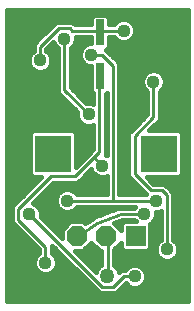
<source format=gbl>
G75*
%MOIN*%
%OFA0B0*%
%FSLAX25Y25*%
%IPPOS*%
%LPD*%
%AMOC8*
5,1,8,0,0,1.08239X$1,22.5*
%
%ADD10R,0.02559X0.08661*%
%ADD11R,0.06731X0.06731*%
%ADD12OC8,0.06731*%
%ADD13R,0.12268X0.12268*%
%ADD14C,0.05000*%
%ADD15C,0.01000*%
%ADD16C,0.04400*%
%ADD17C,0.01600*%
D10*
X0515912Y0080316D03*
X0515912Y0094883D03*
D11*
X0527782Y0026911D03*
D12*
X0517940Y0026911D03*
X0508097Y0026911D03*
D13*
X0500223Y0054470D03*
X0535656Y0054470D03*
D14*
X0518396Y0013793D03*
D15*
X0518433Y0014482D01*
X0518433Y0026182D01*
X0517940Y0026911D01*
X0514777Y0031413D02*
X0508533Y0027082D01*
X0508097Y0026911D01*
X0497733Y0023482D02*
X0488733Y0032482D01*
X0488733Y0036082D01*
X0499533Y0046882D01*
X0507633Y0046882D01*
X0513933Y0053182D01*
X0516633Y0050482D01*
X0527433Y0047782D02*
X0532833Y0042382D01*
X0536433Y0042382D01*
X0538233Y0040582D01*
X0538233Y0022582D01*
X0497733Y0023482D02*
X0497733Y0018082D01*
X0520233Y0009982D02*
X0523833Y0013582D01*
X0527433Y0013582D01*
X0520233Y0009982D02*
X0516633Y0009982D01*
X0492333Y0034282D01*
X0504933Y0038782D02*
X0520233Y0038782D01*
X0520233Y0083782D01*
X0516633Y0087382D01*
X0513033Y0087382D01*
X0502233Y0096382D02*
X0495933Y0090082D01*
X0495933Y0085582D01*
X0515733Y0080182D02*
X0515912Y0080316D01*
X0515733Y0080182D02*
X0515733Y0054982D01*
X0513933Y0053182D01*
X0527433Y0047782D02*
X0527433Y0060382D01*
X0533733Y0066682D01*
X0533733Y0078382D01*
X0512133Y0067582D02*
X0504033Y0075682D01*
X0504033Y0092782D01*
X0515733Y0095482D02*
X0515912Y0094883D01*
X0516633Y0095482D01*
X0523833Y0095482D01*
X0515733Y0095482D02*
X0506733Y0095482D01*
X0505833Y0096382D01*
X0502233Y0096382D01*
X0520233Y0038782D02*
X0534633Y0038782D01*
X0530640Y0034395D02*
X0522877Y0034395D01*
X0514777Y0031413D01*
D16*
X0530640Y0034395D03*
X0534633Y0038782D03*
X0504933Y0038782D03*
X0492333Y0034282D03*
X0538233Y0022582D03*
X0497733Y0018082D03*
X0527433Y0013582D03*
X0516633Y0050482D03*
X0512133Y0067582D03*
X0533733Y0078382D03*
X0495933Y0085582D03*
X0513033Y0087382D03*
X0504033Y0092782D03*
X0523833Y0095482D03*
D17*
X0484933Y0102476D02*
X0484933Y0005282D01*
X0545119Y0005282D01*
X0545119Y0102476D01*
X0484933Y0102476D01*
X0484933Y0101192D02*
X0545119Y0101192D01*
X0545119Y0099593D02*
X0518792Y0099593D01*
X0518792Y0099877D02*
X0517854Y0100814D01*
X0513970Y0100814D01*
X0513033Y0099877D01*
X0513033Y0097582D01*
X0507603Y0097582D01*
X0506703Y0098482D01*
X0501363Y0098482D01*
X0495063Y0092182D01*
X0493833Y0090952D01*
X0493833Y0088826D01*
X0493781Y0088804D01*
X0492712Y0087735D01*
X0492133Y0086338D01*
X0492133Y0084826D01*
X0492712Y0083430D01*
X0493781Y0082361D01*
X0495177Y0081782D01*
X0496689Y0081782D01*
X0498086Y0082361D01*
X0499155Y0083430D01*
X0499733Y0084826D01*
X0499733Y0086338D01*
X0499155Y0087735D01*
X0498086Y0088804D01*
X0498033Y0088826D01*
X0498033Y0089213D01*
X0500413Y0091592D01*
X0500812Y0090630D01*
X0501881Y0089561D01*
X0501933Y0089539D01*
X0501933Y0074813D01*
X0508355Y0068391D01*
X0508333Y0068338D01*
X0508333Y0066826D01*
X0508912Y0065430D01*
X0509981Y0064361D01*
X0511377Y0063782D01*
X0512889Y0063782D01*
X0513633Y0064091D01*
X0513633Y0055852D01*
X0513063Y0055282D01*
X0511833Y0054052D01*
X0507957Y0050176D01*
X0507957Y0061266D01*
X0507020Y0062204D01*
X0493426Y0062204D01*
X0492489Y0061266D01*
X0492489Y0047673D01*
X0493426Y0046736D01*
X0496417Y0046736D01*
X0486633Y0036952D01*
X0486633Y0031613D01*
X0487863Y0030382D01*
X0495633Y0022613D01*
X0495633Y0021326D01*
X0495581Y0021304D01*
X0494512Y0020235D01*
X0493933Y0018838D01*
X0493933Y0017326D01*
X0494512Y0015930D01*
X0495581Y0014861D01*
X0496977Y0014282D01*
X0498489Y0014282D01*
X0499886Y0014861D01*
X0500955Y0015930D01*
X0501533Y0017326D01*
X0501533Y0018838D01*
X0500955Y0020235D01*
X0499886Y0021304D01*
X0499833Y0021326D01*
X0499833Y0023813D01*
X0515763Y0007882D01*
X0521103Y0007882D01*
X0522333Y0009113D01*
X0524431Y0011210D01*
X0525281Y0010361D01*
X0526677Y0009782D01*
X0528189Y0009782D01*
X0529586Y0010361D01*
X0530655Y0011430D01*
X0531233Y0012826D01*
X0531233Y0014338D01*
X0530655Y0015735D01*
X0529586Y0016804D01*
X0528189Y0017382D01*
X0526677Y0017382D01*
X0525281Y0016804D01*
X0524212Y0015735D01*
X0524190Y0015682D01*
X0522963Y0015682D01*
X0522319Y0015037D01*
X0521872Y0016115D01*
X0520719Y0017268D01*
X0520533Y0017345D01*
X0520533Y0022482D01*
X0522817Y0024766D01*
X0522817Y0022883D01*
X0523754Y0021945D01*
X0531810Y0021945D01*
X0532747Y0022883D01*
X0532747Y0030939D01*
X0532595Y0031092D01*
X0532792Y0031173D01*
X0533861Y0032242D01*
X0534440Y0033639D01*
X0534440Y0034982D01*
X0535389Y0034982D01*
X0536133Y0035291D01*
X0536133Y0025826D01*
X0536081Y0025804D01*
X0535012Y0024735D01*
X0534433Y0023338D01*
X0534433Y0021826D01*
X0535012Y0020430D01*
X0536081Y0019361D01*
X0537477Y0018782D01*
X0538989Y0018782D01*
X0540386Y0019361D01*
X0541455Y0020430D01*
X0542033Y0021826D01*
X0542033Y0023338D01*
X0541455Y0024735D01*
X0540386Y0025804D01*
X0540333Y0025826D01*
X0540333Y0041452D01*
X0539103Y0042682D01*
X0537303Y0044482D01*
X0533703Y0044482D01*
X0531450Y0046736D01*
X0542453Y0046736D01*
X0543390Y0047673D01*
X0543390Y0061266D01*
X0542453Y0062204D01*
X0532224Y0062204D01*
X0535833Y0065813D01*
X0535833Y0075139D01*
X0535886Y0075161D01*
X0536955Y0076230D01*
X0537533Y0077626D01*
X0537533Y0079138D01*
X0536955Y0080535D01*
X0535886Y0081604D01*
X0534489Y0082182D01*
X0532977Y0082182D01*
X0531581Y0081604D01*
X0530512Y0080535D01*
X0529933Y0079138D01*
X0529933Y0077626D01*
X0530512Y0076230D01*
X0531581Y0075161D01*
X0531633Y0075139D01*
X0531633Y0067552D01*
X0526563Y0062482D01*
X0525333Y0061252D01*
X0525333Y0046913D01*
X0530733Y0041513D01*
X0531363Y0040882D01*
X0522333Y0040882D01*
X0522333Y0084652D01*
X0521103Y0085882D01*
X0517944Y0089042D01*
X0518792Y0089890D01*
X0518792Y0093382D01*
X0520590Y0093382D01*
X0520612Y0093330D01*
X0521681Y0092261D01*
X0523077Y0091682D01*
X0524589Y0091682D01*
X0525986Y0092261D01*
X0527055Y0093330D01*
X0527633Y0094726D01*
X0527633Y0096238D01*
X0527055Y0097635D01*
X0525986Y0098704D01*
X0524589Y0099282D01*
X0523077Y0099282D01*
X0521681Y0098704D01*
X0520612Y0097635D01*
X0520590Y0097582D01*
X0518792Y0097582D01*
X0518792Y0099877D01*
X0513033Y0099593D02*
X0484933Y0099593D01*
X0484933Y0097995D02*
X0500876Y0097995D01*
X0499277Y0096396D02*
X0484933Y0096396D01*
X0484933Y0094798D02*
X0497679Y0094798D01*
X0496080Y0093199D02*
X0484933Y0093199D01*
X0484933Y0091600D02*
X0494482Y0091600D01*
X0493833Y0090002D02*
X0484933Y0090002D01*
X0484933Y0088403D02*
X0493380Y0088403D01*
X0498486Y0088403D02*
X0501933Y0088403D01*
X0506133Y0088403D02*
X0509343Y0088403D01*
X0509233Y0088138D02*
X0509233Y0086626D01*
X0509812Y0085230D01*
X0510881Y0084161D01*
X0512277Y0083582D01*
X0513033Y0083582D01*
X0513033Y0075323D01*
X0513633Y0074722D01*
X0513633Y0071074D01*
X0512889Y0071382D01*
X0511377Y0071382D01*
X0511325Y0071361D01*
X0506133Y0076552D01*
X0506133Y0089539D01*
X0506186Y0089561D01*
X0507255Y0090630D01*
X0507833Y0092026D01*
X0507833Y0093382D01*
X0513033Y0093382D01*
X0513033Y0091182D01*
X0512277Y0091182D01*
X0510881Y0090604D01*
X0509812Y0089535D01*
X0509233Y0088138D01*
X0509233Y0086805D02*
X0506133Y0086805D01*
X0506133Y0085206D02*
X0509835Y0085206D01*
X0501933Y0085206D02*
X0499733Y0085206D01*
X0499540Y0086805D02*
X0501933Y0086805D01*
X0492327Y0086805D02*
X0484933Y0086805D01*
X0484933Y0085206D02*
X0492133Y0085206D01*
X0492638Y0083608D02*
X0484933Y0083608D01*
X0484933Y0082009D02*
X0494629Y0082009D01*
X0497237Y0082009D02*
X0501933Y0082009D01*
X0501933Y0083608D02*
X0499229Y0083608D01*
X0506133Y0083608D02*
X0512216Y0083608D01*
X0513033Y0082009D02*
X0506133Y0082009D01*
X0506133Y0080411D02*
X0513033Y0080411D01*
X0513033Y0078812D02*
X0506133Y0078812D01*
X0501933Y0078812D02*
X0484933Y0078812D01*
X0484933Y0080411D02*
X0501933Y0080411D01*
X0501933Y0077214D02*
X0484933Y0077214D01*
X0484933Y0075615D02*
X0501933Y0075615D01*
X0506133Y0077214D02*
X0513033Y0077214D01*
X0513033Y0075615D02*
X0507070Y0075615D01*
X0517833Y0074386D02*
X0517854Y0074386D01*
X0518133Y0074665D01*
X0518133Y0053974D01*
X0517823Y0054103D01*
X0517833Y0054113D01*
X0517833Y0074386D01*
X0517833Y0074017D02*
X0518133Y0074017D01*
X0518133Y0072418D02*
X0517833Y0072418D01*
X0513633Y0072418D02*
X0510267Y0072418D01*
X0508669Y0074017D02*
X0513633Y0074017D01*
X0522333Y0074017D02*
X0531633Y0074017D01*
X0531633Y0072418D02*
X0522333Y0072418D01*
X0522333Y0070820D02*
X0531633Y0070820D01*
X0531633Y0069221D02*
X0522333Y0069221D01*
X0518133Y0069221D02*
X0517833Y0069221D01*
X0517833Y0070820D02*
X0518133Y0070820D01*
X0507525Y0069221D02*
X0484933Y0069221D01*
X0484933Y0070820D02*
X0505926Y0070820D01*
X0504327Y0072418D02*
X0484933Y0072418D01*
X0484933Y0074017D02*
X0502729Y0074017D01*
X0522333Y0075615D02*
X0531126Y0075615D01*
X0530104Y0077214D02*
X0522333Y0077214D01*
X0522333Y0078812D02*
X0529933Y0078812D01*
X0530460Y0080411D02*
X0522333Y0080411D01*
X0522333Y0082009D02*
X0532560Y0082009D01*
X0534907Y0082009D02*
X0545119Y0082009D01*
X0545119Y0083608D02*
X0522333Y0083608D01*
X0521779Y0085206D02*
X0545119Y0085206D01*
X0545119Y0086805D02*
X0520181Y0086805D01*
X0518582Y0088403D02*
X0545119Y0088403D01*
X0545119Y0090002D02*
X0518792Y0090002D01*
X0518792Y0091600D02*
X0545119Y0091600D01*
X0545119Y0093199D02*
X0526924Y0093199D01*
X0527633Y0094798D02*
X0545119Y0094798D01*
X0545119Y0096396D02*
X0527568Y0096396D01*
X0526695Y0097995D02*
X0545119Y0097995D01*
X0520971Y0097995D02*
X0518792Y0097995D01*
X0513033Y0097995D02*
X0507191Y0097995D01*
X0507833Y0093199D02*
X0513033Y0093199D01*
X0518792Y0093199D02*
X0520743Y0093199D01*
X0513033Y0091600D02*
X0507657Y0091600D01*
X0506627Y0090002D02*
X0510279Y0090002D01*
X0501440Y0090002D02*
X0498823Y0090002D01*
X0537006Y0080411D02*
X0545119Y0080411D01*
X0545119Y0078812D02*
X0537533Y0078812D01*
X0537362Y0077214D02*
X0545119Y0077214D01*
X0545119Y0075615D02*
X0536340Y0075615D01*
X0535833Y0074017D02*
X0545119Y0074017D01*
X0545119Y0072418D02*
X0535833Y0072418D01*
X0535833Y0070820D02*
X0545119Y0070820D01*
X0545119Y0069221D02*
X0535833Y0069221D01*
X0535833Y0067623D02*
X0545119Y0067623D01*
X0545119Y0066024D02*
X0535833Y0066024D01*
X0531633Y0067623D02*
X0522333Y0067623D01*
X0522333Y0066024D02*
X0530105Y0066024D01*
X0528507Y0064426D02*
X0522333Y0064426D01*
X0522333Y0062827D02*
X0526908Y0062827D01*
X0532848Y0062827D02*
X0545119Y0062827D01*
X0545119Y0064426D02*
X0534447Y0064426D01*
X0518133Y0064426D02*
X0517833Y0064426D01*
X0517833Y0062827D02*
X0518133Y0062827D01*
X0513633Y0062827D02*
X0484933Y0062827D01*
X0484933Y0064426D02*
X0509916Y0064426D01*
X0508666Y0066024D02*
X0484933Y0066024D01*
X0484933Y0067623D02*
X0508333Y0067623D01*
X0517833Y0067623D02*
X0518133Y0067623D01*
X0518133Y0066024D02*
X0517833Y0066024D01*
X0517833Y0061229D02*
X0518133Y0061229D01*
X0518133Y0059630D02*
X0517833Y0059630D01*
X0513633Y0059630D02*
X0507957Y0059630D01*
X0507957Y0061229D02*
X0513633Y0061229D01*
X0522333Y0061229D02*
X0525333Y0061229D01*
X0525333Y0059630D02*
X0522333Y0059630D01*
X0522333Y0058032D02*
X0525333Y0058032D01*
X0525333Y0056433D02*
X0522333Y0056433D01*
X0518133Y0056433D02*
X0517833Y0056433D01*
X0517833Y0058032D02*
X0518133Y0058032D01*
X0513633Y0058032D02*
X0507957Y0058032D01*
X0507957Y0056433D02*
X0513633Y0056433D01*
X0512616Y0054835D02*
X0507957Y0054835D01*
X0507957Y0053236D02*
X0511017Y0053236D01*
X0517833Y0054835D02*
X0518133Y0054835D01*
X0522333Y0054835D02*
X0525333Y0054835D01*
X0525333Y0053236D02*
X0522333Y0053236D01*
X0522333Y0051638D02*
X0525333Y0051638D01*
X0525333Y0050039D02*
X0522333Y0050039D01*
X0513412Y0048330D02*
X0513013Y0049292D01*
X0508503Y0044782D01*
X0500403Y0044782D01*
X0493523Y0037903D01*
X0494486Y0037504D01*
X0495555Y0036435D01*
X0496133Y0035038D01*
X0496133Y0033526D01*
X0496112Y0033474D01*
X0503132Y0026454D01*
X0503132Y0028967D01*
X0506040Y0031876D01*
X0510154Y0031876D01*
X0510811Y0031218D01*
X0513110Y0032813D01*
X0513235Y0033083D01*
X0513800Y0033291D01*
X0514294Y0033634D01*
X0514588Y0033581D01*
X0521718Y0036206D01*
X0522007Y0036495D01*
X0522502Y0036495D01*
X0522967Y0036666D01*
X0523338Y0036495D01*
X0527396Y0036495D01*
X0527418Y0036547D01*
X0527553Y0036682D01*
X0508177Y0036682D01*
X0508155Y0036630D01*
X0507086Y0035561D01*
X0505689Y0034982D01*
X0504177Y0034982D01*
X0502781Y0035561D01*
X0501712Y0036630D01*
X0501133Y0038026D01*
X0501133Y0039538D01*
X0501712Y0040935D01*
X0502781Y0042004D01*
X0504177Y0042582D01*
X0505689Y0042582D01*
X0507086Y0042004D01*
X0508155Y0040935D01*
X0508177Y0040882D01*
X0518133Y0040882D01*
X0518133Y0046991D01*
X0517389Y0046682D01*
X0515877Y0046682D01*
X0514481Y0047261D01*
X0513412Y0048330D01*
X0513366Y0048441D02*
X0512161Y0048441D01*
X0510563Y0046842D02*
X0515492Y0046842D01*
X0517775Y0046842D02*
X0518133Y0046842D01*
X0522333Y0046842D02*
X0525404Y0046842D01*
X0525333Y0048441D02*
X0522333Y0048441D01*
X0522333Y0045244D02*
X0527002Y0045244D01*
X0528601Y0043645D02*
X0522333Y0043645D01*
X0518133Y0043645D02*
X0499266Y0043645D01*
X0494925Y0045244D02*
X0484933Y0045244D01*
X0484933Y0043645D02*
X0493326Y0043645D01*
X0491728Y0042047D02*
X0484933Y0042047D01*
X0484933Y0040448D02*
X0490129Y0040448D01*
X0488531Y0038850D02*
X0484933Y0038850D01*
X0484933Y0037251D02*
X0486932Y0037251D01*
X0494470Y0038850D02*
X0501133Y0038850D01*
X0501455Y0037251D02*
X0494739Y0037251D01*
X0495879Y0035653D02*
X0502689Y0035653D01*
X0507178Y0035653D02*
X0520214Y0035653D01*
X0515872Y0034054D02*
X0496133Y0034054D01*
X0497130Y0032456D02*
X0512595Y0032456D01*
X0520566Y0031307D02*
X0523251Y0032295D01*
X0527396Y0032295D01*
X0527418Y0032242D01*
X0527785Y0031876D01*
X0523754Y0031876D01*
X0522817Y0030939D01*
X0522817Y0029056D01*
X0520566Y0031307D01*
X0521015Y0030857D02*
X0522817Y0030857D01*
X0522817Y0029259D02*
X0522614Y0029259D01*
X0532747Y0029259D02*
X0536133Y0029259D01*
X0536133Y0027660D02*
X0532747Y0027660D01*
X0532747Y0026062D02*
X0536133Y0026062D01*
X0534899Y0024463D02*
X0532747Y0024463D01*
X0532729Y0022865D02*
X0534433Y0022865D01*
X0534665Y0021266D02*
X0520533Y0021266D01*
X0520915Y0022865D02*
X0522835Y0022865D01*
X0516333Y0021945D02*
X0516333Y0017376D01*
X0516074Y0017268D01*
X0514921Y0016115D01*
X0514496Y0015090D01*
X0507640Y0021945D01*
X0510154Y0021945D01*
X0513018Y0024810D01*
X0515883Y0021945D01*
X0516333Y0021945D01*
X0516333Y0021266D02*
X0508320Y0021266D01*
X0511073Y0022865D02*
X0514964Y0022865D01*
X0513365Y0024463D02*
X0512671Y0024463D01*
X0522514Y0024463D02*
X0522817Y0024463D01*
X0503132Y0027660D02*
X0501925Y0027660D01*
X0503423Y0029259D02*
X0500327Y0029259D01*
X0490586Y0027660D02*
X0484933Y0027660D01*
X0484933Y0029259D02*
X0488987Y0029259D01*
X0487389Y0030857D02*
X0484933Y0030857D01*
X0484933Y0032456D02*
X0486633Y0032456D01*
X0486633Y0034054D02*
X0484933Y0034054D01*
X0484933Y0035653D02*
X0486633Y0035653D01*
X0498728Y0030857D02*
X0505021Y0030857D01*
X0492184Y0026062D02*
X0484933Y0026062D01*
X0484933Y0024463D02*
X0493783Y0024463D01*
X0495381Y0022865D02*
X0484933Y0022865D01*
X0484933Y0021266D02*
X0495543Y0021266D01*
X0499924Y0021266D02*
X0502380Y0021266D01*
X0500781Y0022865D02*
X0499833Y0022865D01*
X0501190Y0019667D02*
X0503978Y0019667D01*
X0505577Y0018069D02*
X0501533Y0018069D01*
X0509918Y0019667D02*
X0516333Y0019667D01*
X0516333Y0018069D02*
X0511517Y0018069D01*
X0513115Y0016470D02*
X0515276Y0016470D01*
X0521517Y0016470D02*
X0524947Y0016470D01*
X0529919Y0016470D02*
X0545119Y0016470D01*
X0545119Y0014872D02*
X0531012Y0014872D01*
X0531233Y0013273D02*
X0545119Y0013273D01*
X0545119Y0011675D02*
X0530756Y0011675D01*
X0528899Y0010076D02*
X0545119Y0010076D01*
X0545119Y0008478D02*
X0521699Y0008478D01*
X0523297Y0010076D02*
X0525968Y0010076D01*
X0515168Y0008478D02*
X0484933Y0008478D01*
X0484933Y0010076D02*
X0513569Y0010076D01*
X0511971Y0011675D02*
X0484933Y0011675D01*
X0484933Y0013273D02*
X0510372Y0013273D01*
X0508774Y0014872D02*
X0499897Y0014872D01*
X0501179Y0016470D02*
X0507175Y0016470D01*
X0520533Y0018069D02*
X0545119Y0018069D01*
X0545119Y0019667D02*
X0540692Y0019667D01*
X0535774Y0019667D02*
X0520533Y0019667D01*
X0541801Y0021266D02*
X0545119Y0021266D01*
X0545119Y0022865D02*
X0542033Y0022865D01*
X0541567Y0024463D02*
X0545119Y0024463D01*
X0545119Y0026062D02*
X0540333Y0026062D01*
X0540333Y0027660D02*
X0545119Y0027660D01*
X0545119Y0029259D02*
X0540333Y0029259D01*
X0540333Y0030857D02*
X0545119Y0030857D01*
X0545119Y0032456D02*
X0540333Y0032456D01*
X0536133Y0032456D02*
X0533949Y0032456D01*
X0532747Y0030857D02*
X0536133Y0030857D01*
X0536133Y0034054D02*
X0534440Y0034054D01*
X0540333Y0034054D02*
X0545119Y0034054D01*
X0545119Y0035653D02*
X0540333Y0035653D01*
X0540333Y0037251D02*
X0545119Y0037251D01*
X0545119Y0038850D02*
X0540333Y0038850D01*
X0540333Y0040448D02*
X0545119Y0040448D01*
X0545119Y0042047D02*
X0539739Y0042047D01*
X0530199Y0042047D02*
X0522333Y0042047D01*
X0518133Y0042047D02*
X0506983Y0042047D01*
X0502884Y0042047D02*
X0497667Y0042047D01*
X0496069Y0040448D02*
X0501510Y0040448D01*
X0508964Y0045244D02*
X0518133Y0045244D01*
X0532942Y0045244D02*
X0545119Y0045244D01*
X0545119Y0043645D02*
X0538140Y0043645D01*
X0542559Y0046842D02*
X0545119Y0046842D01*
X0545119Y0048441D02*
X0543390Y0048441D01*
X0543390Y0050039D02*
X0545119Y0050039D01*
X0545119Y0051638D02*
X0543390Y0051638D01*
X0543390Y0053236D02*
X0545119Y0053236D01*
X0545119Y0054835D02*
X0543390Y0054835D01*
X0543390Y0056433D02*
X0545119Y0056433D01*
X0545119Y0058032D02*
X0543390Y0058032D01*
X0543390Y0059630D02*
X0545119Y0059630D01*
X0545119Y0061229D02*
X0543390Y0061229D01*
X0509419Y0051638D02*
X0507957Y0051638D01*
X0492489Y0051638D02*
X0484933Y0051638D01*
X0484933Y0050039D02*
X0492489Y0050039D01*
X0492489Y0048441D02*
X0484933Y0048441D01*
X0484933Y0046842D02*
X0493320Y0046842D01*
X0492489Y0053236D02*
X0484933Y0053236D01*
X0484933Y0054835D02*
X0492489Y0054835D01*
X0492489Y0056433D02*
X0484933Y0056433D01*
X0484933Y0058032D02*
X0492489Y0058032D01*
X0492489Y0059630D02*
X0484933Y0059630D01*
X0484933Y0061229D02*
X0492489Y0061229D01*
X0494277Y0019667D02*
X0484933Y0019667D01*
X0484933Y0018069D02*
X0493933Y0018069D01*
X0494288Y0016470D02*
X0484933Y0016470D01*
X0484933Y0014872D02*
X0495570Y0014872D01*
X0484933Y0006879D02*
X0545119Y0006879D01*
M02*

</source>
